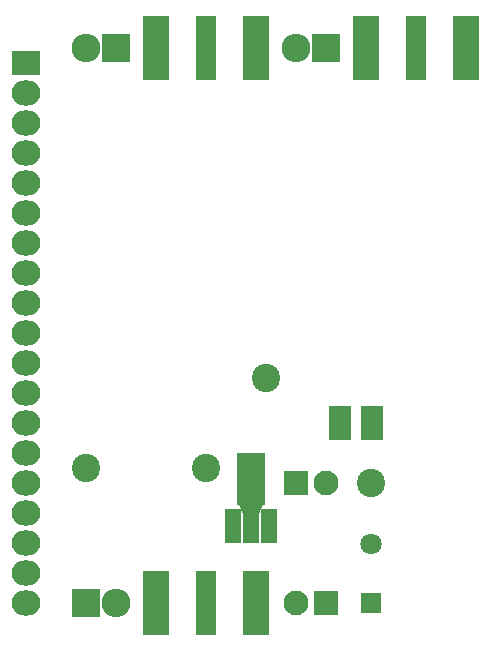
<source format=gts>
G04 #@! TF.FileFunction,Soldermask,Top*
%FSLAX46Y46*%
G04 Gerber Fmt 4.6, Leading zero omitted, Abs format (unit mm)*
G04 Created by KiCad (PCBNEW 4.0.4+e1-6308~48~ubuntu16.04.1-stable) date Fri Dec  2 12:05:53 2016*
%MOMM*%
%LPD*%
G01*
G04 APERTURE LIST*
%ADD10C,0.100000*%
%ADD11C,2.400000*%
%ADD12R,2.432000X2.432000*%
%ADD13O,2.432000X2.432000*%
%ADD14R,2.432000X2.127200*%
%ADD15O,2.432000X2.127200*%
%ADD16R,1.960000X1.050000*%
%ADD17R,1.800000X1.800000*%
%ADD18C,1.800000*%
%ADD19R,1.400760X2.901900*%
%ADD20R,2.398980X4.400500*%
%ADD21R,2.178000X5.480000*%
%ADD22R,1.670000X5.480000*%
%ADD23C,2.398980*%
%ADD24C,2.099260*%
%ADD25R,2.099260X2.099260*%
G04 APERTURE END LIST*
D10*
D11*
X93980000Y-105410000D03*
X102870000Y-114300000D03*
D12*
X99060000Y-77470000D03*
D13*
X96520000Y-77470000D03*
D12*
X81280000Y-77470000D03*
D13*
X78740000Y-77470000D03*
D12*
X78740000Y-124460000D03*
D13*
X81280000Y-124460000D03*
D14*
X73660000Y-78740000D03*
D15*
X73660000Y-81280000D03*
X73660000Y-83820000D03*
X73660000Y-86360000D03*
X73660000Y-88900000D03*
X73660000Y-91440000D03*
X73660000Y-93980000D03*
X73660000Y-96520000D03*
X73660000Y-99060000D03*
X73660000Y-101600000D03*
X73660000Y-104140000D03*
X73660000Y-106680000D03*
X73660000Y-109220000D03*
X73660000Y-111760000D03*
X73660000Y-114300000D03*
X73660000Y-116840000D03*
X73660000Y-119380000D03*
X73660000Y-121920000D03*
X73660000Y-124460000D03*
D16*
X100250000Y-108270000D03*
X100250000Y-109220000D03*
X100250000Y-110170000D03*
X102950000Y-110170000D03*
X102950000Y-108270000D03*
X102950000Y-109220000D03*
D17*
X102870000Y-124460000D03*
D18*
X102870000Y-119460000D03*
D19*
X91208860Y-117922040D03*
X92710000Y-117922040D03*
X94211140Y-117922040D03*
D20*
X92710000Y-113969800D03*
D10*
G36*
X93910760Y-115744650D02*
X93410380Y-116893950D01*
X92009620Y-116893950D01*
X91509240Y-115744650D01*
X93910760Y-115744650D01*
X93910760Y-115744650D01*
G37*
D21*
X110934500Y-77470000D03*
X102425500Y-77470000D03*
D22*
X106680000Y-77470000D03*
D21*
X93154500Y-77470000D03*
X84645500Y-77470000D03*
D22*
X88900000Y-77470000D03*
D21*
X84645500Y-124460000D03*
X93154500Y-124460000D03*
D22*
X88900000Y-124460000D03*
D23*
X78740000Y-113030000D03*
X88900000Y-113030000D03*
D24*
X99057460Y-114299480D03*
D25*
X99057460Y-124459480D03*
D24*
X96522540Y-124460520D03*
D25*
X96522540Y-114300520D03*
M02*

</source>
